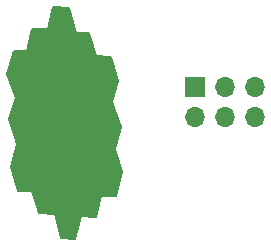
<source format=gbs>
%TF.GenerationSoftware,KiCad,Pcbnew,(6.99.0-1934-gfe17dca71f)*%
%TF.CreationDate,2022-06-18T07:02:21-05:00*%
%TF.ProjectId,jwtelescope,6a777465-6c65-4736-936f-70652e6b6963,rev?*%
%TF.SameCoordinates,Original*%
%TF.FileFunction,Soldermask,Bot*%
%TF.FilePolarity,Negative*%
%FSLAX46Y46*%
G04 Gerber Fmt 4.6, Leading zero omitted, Abs format (unit mm)*
G04 Created by KiCad (PCBNEW (6.99.0-1934-gfe17dca71f)) date 2022-06-18 07:02:21*
%MOMM*%
%LPD*%
G01*
G04 APERTURE LIST*
%ADD10C,0.150000*%
%ADD11R,1.700000X1.700000*%
%ADD12O,1.700000X1.700000*%
G04 APERTURE END LIST*
D10*
G36*
X88400000Y-36000000D02*
G01*
X89000000Y-38100000D01*
X90100000Y-38100000D01*
X90700000Y-40100000D01*
X92000000Y-40200000D01*
X92600000Y-42200000D01*
X92100000Y-44000000D01*
X92800000Y-46100000D01*
X92300000Y-48000000D01*
X92900000Y-49900000D01*
X92400000Y-51900000D01*
X91100000Y-51900000D01*
X90700000Y-53700000D01*
X89400000Y-53600000D01*
X88900000Y-55600000D01*
X87700000Y-55500000D01*
X87200000Y-53500000D01*
X85900000Y-53400000D01*
X85300000Y-51500000D01*
X84100000Y-51500000D01*
X83500000Y-49500000D01*
X84000000Y-47500000D01*
X83300000Y-45400000D01*
X83900000Y-43600000D01*
X83200000Y-41600000D01*
X83800000Y-39700000D01*
X84900000Y-39700000D01*
X85300000Y-37800000D01*
X86600000Y-37800000D01*
X87100000Y-35900000D01*
X88400000Y-36000000D01*
G37*
X88400000Y-36000000D02*
X89000000Y-38100000D01*
X90100000Y-38100000D01*
X90700000Y-40100000D01*
X92000000Y-40200000D01*
X92600000Y-42200000D01*
X92100000Y-44000000D01*
X92800000Y-46100000D01*
X92300000Y-48000000D01*
X92900000Y-49900000D01*
X92400000Y-51900000D01*
X91100000Y-51900000D01*
X90700000Y-53700000D01*
X89400000Y-53600000D01*
X88900000Y-55600000D01*
X87700000Y-55500000D01*
X87200000Y-53500000D01*
X85900000Y-53400000D01*
X85300000Y-51500000D01*
X84100000Y-51500000D01*
X83500000Y-49500000D01*
X84000000Y-47500000D01*
X83300000Y-45400000D01*
X83900000Y-43600000D01*
X83200000Y-41600000D01*
X83800000Y-39700000D01*
X84900000Y-39700000D01*
X85300000Y-37800000D01*
X86600000Y-37800000D01*
X87100000Y-35900000D01*
X88400000Y-36000000D01*
D11*
X99099999Y-42699999D03*
D12*
X99099999Y-45239999D03*
X101639999Y-42699999D03*
X101639999Y-45239999D03*
X104179999Y-42699999D03*
X104179999Y-45239999D03*
M02*

</source>
